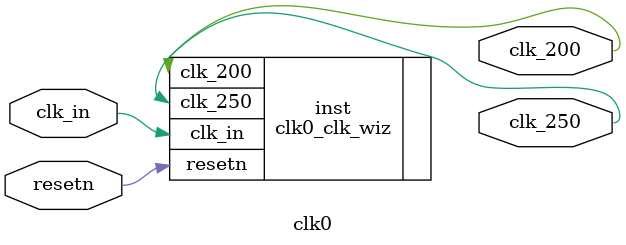
<source format=v>


`timescale 1ps/1ps

(* CORE_GENERATION_INFO = "clk0,clk_wiz_v6_0_10_0_0,{component_name=clk0,use_phase_alignment=true,use_min_o_jitter=false,use_max_i_jitter=false,use_dyn_phase_shift=false,use_inclk_switchover=false,use_dyn_reconfig=false,enable_axi=0,feedback_source=FDBK_AUTO,PRIMITIVE=MMCM,num_out_clk=2,clkin1_period=10.000,clkin2_period=10.000,use_power_down=false,use_reset=true,use_locked=false,use_inclk_stopped=false,feedback_type=SINGLE,CLOCK_MGR_TYPE=NA,manual_override=false}" *)

module clk0 
 (
  // Clock out ports
  output        clk_250,
  output        clk_200,
  // Status and control signals
  input         resetn,
 // Clock in ports
  input         clk_in
 );

  clk0_clk_wiz inst
  (
  // Clock out ports  
  .clk_250(clk_250),
  .clk_200(clk_200),
  // Status and control signals               
  .resetn(resetn), 
 // Clock in ports
  .clk_in(clk_in)
  );

endmodule

</source>
